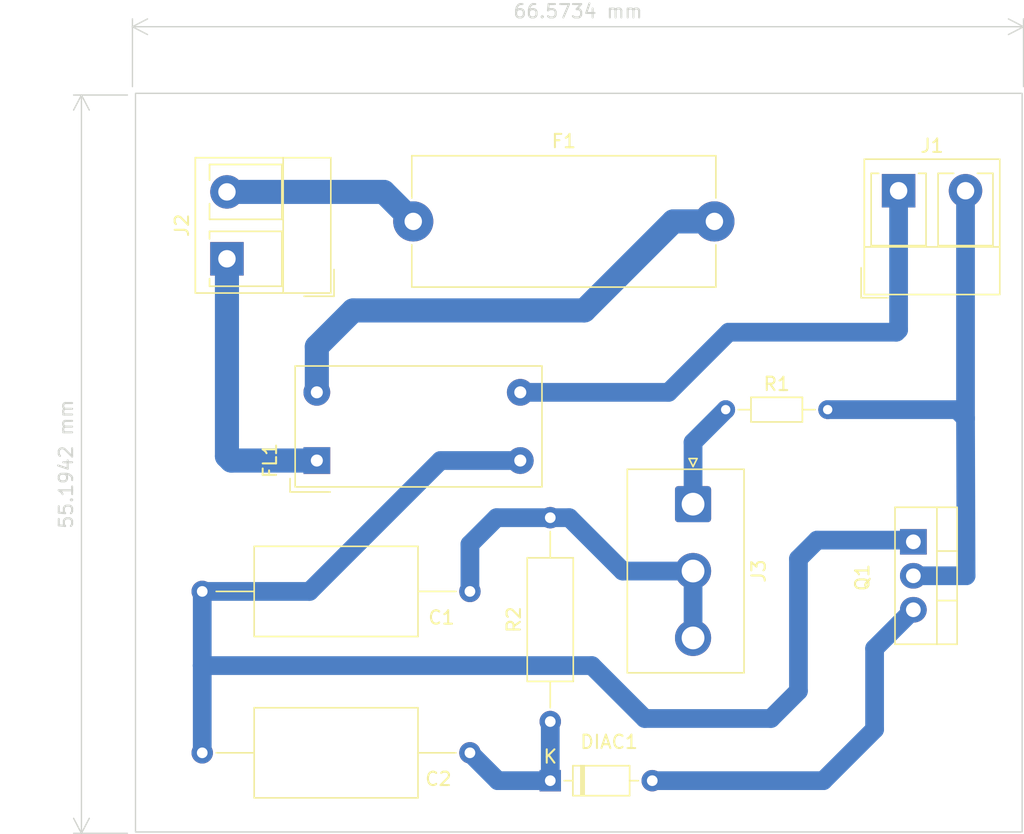
<source format=kicad_pcb>
(kicad_pcb (version 20211014) (generator pcbnew)
  (layers (0 "F.Cu" signal) (31 "B.Cu" signal) (34 "B.Paste" user) (35 "F.Paste" user) (36 "B.SilkS" user "B.Silkscreen") (37 "F.SilkS" user "F.Silkscreen") (38 "B.Mask" user) (39 "F.Mask" user) (44 "Edge.Cuts" user))
  (net 0 "")
  (net 1 "Net-(C1-Pad1)")
  (net 2 "Net-(Q1-Pad1)")
  (net 3 "Net-(DIAC1-Pad1)")
  (net 4 "Net-(DIAC1-Pad2)")
  (net 5 "Net-(J2-Pad2)")
  (net 6 "Net-(FL1-Pad2)")
  (net 7 "Net-(FL1-Pad1)")
  (net 8 "Net-(J1-Pad1)")
  (net 9 "Net-(Q1-Pad2)")
  (net 10 "Net-(J3-Pad1)")
  (footprint "Resistor_THT:R_Axial_DIN0204_L3.6mm_D1.6mm_P7.62mm_Horizontal" (layer "F.Cu") (at 126.619 69.85)
    (fp_text reference "R1" (at 3.81 -1.92) (layer "F.SilkS"))
    (fp_text value "69K 1w")
    (fp_line (start 0.94 0) (end 1.89 0) (layer "F.SilkS") (width 0.12))
    (fp_line (start 1.89 0.92) (end 5.73 0.92) (layer "F.SilkS") (width 0.12))
    (fp_line (start 5.73 -0.92) (end 1.89 -0.92) (layer "F.SilkS") (width 0.12))
    (fp_line (start 1.89 -0.92) (end 1.89 0.92) (layer "F.SilkS") (width 0.12))
    (fp_line (start 5.73 0.92) (end 5.73 -0.92) (layer "F.SilkS") (width 0.12))
    (fp_line (start 6.68 0) (end 5.73 0) (layer "F.SilkS") (width 0.12))
    (pad "1" thru_hole circle (at 0 0) (size 1.4 1.4) (drill 0.7) (layers *.Cu *.Mask) (net 10 "Net-(J3-Pad1)"))
    (pad "2" thru_hole oval (at 7.62 0) (size 1.4 1.4) (drill 0.7) (layers *.Cu *.Mask) (net 9 "Net-(Q1-Pad2)"))
  )
  (footprint "Package_TO_SOT_THT:TO-220-3_Vertical" (layer "F.Cu") (at 140.6398 79.7306 -90)
    (fp_text reference "Q1" (at 2.667 3.81 90) (layer "F.SilkS"))
    (fp_text value "BT139-600")
    (fp_line (start -2.58 1.371) (end 7.66 1.371) (layer "F.SilkS") (width 0.12))
    (fp_line (start 0.69 -3.27) (end 0.69 -1.76) (layer "F.SilkS") (width 0.12))
    (fp_line (start -2.58 -3.27) (end -2.58 1.371) (layer "F.SilkS") (width 0.12))
    (fp_line (start 4.391 -3.27) (end 4.391 -1.76) (layer "F.SilkS") (width 0.12))
    (fp_line (start 7.66 -3.27) (end 7.66 1.371) (layer "F.SilkS") (width 0.12))
    (fp_line (start -2.58 -3.27) (end 7.66 -3.27) (layer "F.SilkS") (width 0.12))
    (fp_line (start -2.58 -1.76) (end 7.66 -1.76) (layer "F.SilkS") (width 0.12))
    (pad "1" thru_hole rect (at 0 0 270) (size 1.905 2) (drill 1.1) (layers *.Cu *.Mask) (net 2 "Net-(Q1-Pad1)"))
    (pad "2" thru_hole oval (at 2.54 0 270) (size 1.905 2) (drill 1.1) (layers *.Cu *.Mask) (net 9 "Net-(Q1-Pad2)"))
    (pad "3" thru_hole oval (at 5.08 0 270) (size 1.905 2) (drill 1.1) (layers *.Cu *.Mask) (net 4 "Net-(DIAC1-Pad2)"))
  )
  (footprint "Fuse:Fuseholder_Cylinder-5x20mm_Schurter_0031_8201_Horizontal_Open" (layer "F.Cu") (at 103.2764 55.7784)
    (fp_text reference "F1" (at 11.25 -6) (layer "F.SilkS"))
    (fp_text value "Fuse")
    (fp_line (start 22.61 -1.75) (end 22.61 -4.91) (layer "F.SilkS") (width 0.12))
    (fp_line (start -0.11 4.91) (end 22.61 4.91) (layer "F.SilkS") (width 0.12))
    (fp_line (start 22.61 4.91) (end 22.61 1.75) (layer "F.SilkS") (width 0.12))
    (fp_line (start -0.11 -4.91) (end 22.61 -4.91) (layer "F.SilkS") (width 0.12))
    (fp_line (start -0.11 4.91) (end -0.11 1.75) (layer "F.SilkS") (width 0.12))
    (fp_line (start -0.11 -1.75) (end -0.11 -4.91) (layer "F.SilkS") (width 0.12))
    (pad "" np_thru_hole circle (at 11.25 0) (size 2.7 2.7) (drill 2.7) (layers *.Cu *.Mask))
    (pad "1" thru_hole circle (at 0 0) (size 3 3) (drill 1.3) (layers *.Cu *.Mask) (net 5 "Net-(J2-Pad2)"))
    (pad "2" thru_hole circle (at 22.5 0) (size 3 3) (drill 1.3) (layers *.Cu *.Mask) (net 6 "Net-(FL1-Pad2)"))
  )
  (footprint "Resistor_THT:R_Axial_DIN0309_L9.0mm_D3.2mm_P15.24mm_Horizontal" (layer "F.Cu") (at 113.5126 93.1672 90)
    (fp_text reference "R2" (at 7.62 -2.72 90) (layer "F.SilkS"))
    (fp_text value "47K 1W")
    (fp_line (start 14.2 0) (end 12.24 0) (layer "F.SilkS") (width 0.12))
    (fp_line (start 12.24 1.72) (end 12.24 -1.72) (layer "F.SilkS") (width 0.12))
    (fp_line (start 3 -1.72) (end 3 1.72) (layer "F.SilkS") (width 0.12))
    (fp_line (start 3 1.72) (end 12.24 1.72) (layer "F.SilkS") (width 0.12))
    (fp_line (start 1.04 0) (end 3 0) (layer "F.SilkS") (width 0.12))
    (fp_line (start 12.24 -1.72) (end 3 -1.72) (layer "F.SilkS") (width 0.12))
    (pad "1" thru_hole circle (at 0 0 90) (size 1.6 1.6) (drill 0.8) (layers *.Cu *.Mask) (net 3 "Net-(DIAC1-Pad1)"))
    (pad "2" thru_hole oval (at 15.24 0 90) (size 1.6 1.6) (drill 0.8) (layers *.Cu *.Mask) (net 1 "Net-(C1-Pad1)"))
  )
  (footprint "Connector_JST:JST_NV_B03P-NV_1x03_P5.00mm_Vertical" (layer "F.Cu") (at 124.1806 76.915 -90)
    (fp_text reference "J3" (at 5 -4.9 90) (layer "F.SilkS"))
    (fp_text value "To Slider")
    (fp_line (start 12.61 4.91) (end 12.61 -3.81) (layer "F.SilkS") (width 0.12))
    (fp_line (start -2.81 0) (end -3.41 0.3) (layer "F.SilkS") (width 0.12))
    (fp_line (start -3.41 -0.3) (end -2.81 0) (layer "F.SilkS") (width 0.12))
    (fp_line (start -3.41 0.3) (end -3.41 -0.3) (layer "F.SilkS") (width 0.12))
    (fp_line (start -2.61 4.91) (end 12.61 4.91) (layer "F.SilkS") (width 0.12))
    (fp_line (start -2.61 -3.81) (end -2.61 4.91) (layer "F.SilkS") (width 0.12))
    (fp_line (start 12.61 -3.81) (end -2.61 -3.81) (layer "F.SilkS") (width 0.12))
    (pad "1" thru_hole roundrect (at 0 0 270) (size 2.7 2.7) (drill 1.7) (layers *.Cu *.Mask) (roundrect_rratio 0.092593) (net 10 "Net-(J3-Pad1)"))
    (pad "2" thru_hole circle (at 5 0 270) (size 2.7 2.7) (drill 1.7) (layers *.Cu *.Mask) (net 1 "Net-(C1-Pad1)"))
    (pad "3" thru_hole circle (at 10 0 270) (size 2.7 2.7) (drill 1.7) (layers *.Cu *.Mask) (net 1 "Net-(C1-Pad1)"))
  )
  (footprint "TerminalBlock_RND:TerminalBlock_RND_205-00276_1x02_P5.00mm_Vertical" (layer "F.Cu") (at 139.5368 53.4848)
    (fp_text reference "J1" (at 2.5 -3.36) (layer "F.SilkS"))
    (fp_text value "AC Motor")
    (fp_line (start 7.05 -1.3) (end 7.05 4.1) (layer "F.SilkS") (width 0.12))
    (fp_line (start -2.05 -1.3) (end -1.49 -1.3) (layer "F.SilkS") (width 0.12))
    (fp_line (start -2.56 -2.36) (end 7.56 -2.36) (layer "F.SilkS") (width 0.12))
    (fp_line (start 1.49 -1.3) (end 2.05 -1.3) (layer "F.SilkS") (width 0.12))
    (fp_line (start -2.56 7.76) (end 7.56 7.76) (layer "F.SilkS") (width 0.12))
    (fp_line (start -2.56 4.2) (end 7.56 4.2) (layer "F.SilkS") (width 0.12))
    (fp_line (start 2.95 -1.3) (end 2.95 4.1) (layer "F.SilkS") (width 0.12))
    (fp_line (start -2.8 5.76) (end -2.8 8) (layer "F.SilkS") (width 0.12))
    (fp_line (start -2.05 -1.3) (end -2.05 4.1) (layer "F.SilkS") (width 0.12))
    (fp_line (start -2.56 -2.36) (end -2.56 7.76) (layer "F.SilkS") (width 0.12))
    (fp_line (start 7.56 -2.36) (end 7.56 7.76) (layer "F.SilkS") (width 0.12))
    (fp_line (start 2.05 -1.3) (end 2.05 4.1) (layer "F.SilkS") (width 0.12))
    (fp_line (start -2.05 4.1) (end 2.05 4.1) (layer "F.SilkS") (width 0.12))
    (fp_line (start 2.95 4.1) (end 7.05 4.1) (layer "F.SilkS") (width 0.12))
    (fp_line (start 2.95 -1.3) (end 4.117 -1.3) (layer "F.SilkS") (width 0.12))
    (fp_line (start 5.884 -1.3) (end 7.05 -1.3) (layer "F.SilkS") (width 0.12))
    (fp_line (start -2.8 8) (end -0.8 8) (layer "F.SilkS") (width 0.12))
    (pad "1" thru_hole rect (at 0 0) (size 2.5 2.5) (drill 1.3) (layers *.Cu *.Mask) (net 8 "Net-(J1-Pad1)"))
    (pad "2" thru_hole circle (at 5 0) (size 2.5 2.5) (drill 1.3) (layers *.Cu *.Mask) (net 9 "Net-(Q1-Pad2)"))
  )
  (footprint "Inductor_THT:Choke_Schaffner_RN202-04-8.8x18.2mm" (layer "F.Cu") (at 96.0729 73.6545 90)
    (fp_text reference "FL1" (at 0 -3.5 90) (layer "F.SilkS"))
    (fp_text value "SCR-040-0R8A100JH")
    (fp_line (start -2.35 -2) (end -2.35 1) (layer "F.SilkS") (width 0.12))
    (fp_line (start 7.07 -1.62) (end 7.07 16.82) (layer "F.SilkS") (width 0.12))
    (fp_line (start -2.35 -2) (end -1.35 -2) (layer "F.SilkS") (width 0.12))
    (fp_line (start 7.07 16.82) (end -1.97 16.82) (layer "F.SilkS") (width 0.12))
    (fp_line (start -1.97 -1.62) (end 7.07 -1.62) (layer "F.SilkS") (width 0.12))
    (fp_line (start -1.97 16.82) (end -1.97 -1.62) (layer "F.SilkS") (width 0.12))
    (pad "1" thru_hole rect (at 0 0 90) (size 2 2) (drill 0.9) (layers *.Cu *.Mask) (net 7 "Net-(FL1-Pad1)"))
    (pad "2" thru_hole circle (at 5.1 0 90) (size 2 2) (drill 0.9) (layers *.Cu *.Mask) (net 6 "Net-(FL1-Pad2)"))
    (pad "3" thru_hole circle (at 0 15.2 90) (size 2 2) (drill 0.9) (layers *.Cu *.Mask) (net 2 "Net-(Q1-Pad1)"))
    (pad "4" thru_hole circle (at 5.1 15.2 90) (size 2 2) (drill 0.9) (layers *.Cu *.Mask) (net 8 "Net-(J1-Pad1)"))
  )
  (footprint "Diode_THT:D_DO-35_SOD27_P7.62mm_Horizontal" (layer "F.Cu") (at 113.5126 97.5868)
    (fp_text reference "DIAC1" (at 4.3942 -2.8956) (layer "F.SilkS"))
    (fp_text value "BR109")
    (fp_text user "K" (at 0 -1.8) (layer "F.SilkS"))
    (fp_line (start 6.58 0) (end 5.93 0) (layer "F.SilkS") (width 0.12))
    (fp_line (start 1.04 0) (end 1.69 0) (layer "F.SilkS") (width 0.12))
    (fp_line (start 2.29 -1.12) (end 2.29 1.12) (layer "F.SilkS") (width 0.12))
    (fp_line (start 1.69 -1.12) (end 1.69 1.12) (layer "F.SilkS") (width 0.12))
    (fp_line (start 2.53 -1.12) (end 2.53 1.12) (layer "F.SilkS") (width 0.12))
    (fp_line (start 2.41 -1.12) (end 2.41 1.12) (layer "F.SilkS") (width 0.12))
    (fp_line (start 5.93 -1.12) (end 1.69 -1.12) (layer "F.SilkS") (width 0.12))
    (fp_line (start 1.69 1.12) (end 5.93 1.12) (layer "F.SilkS") (width 0.12))
    (fp_line (start 5.93 1.12) (end 5.93 -1.12) (layer "F.SilkS") (width 0.12))
    (pad "1" thru_hole rect (at 0 0) (size 1.6 1.6) (drill 0.8) (layers *.Cu *.Mask) (net 3 "Net-(DIAC1-Pad1)"))
    (pad "2" thru_hole oval (at 7.62 0) (size 1.6 1.6) (drill 0.8) (layers *.Cu *.Mask) (net 4 "Net-(DIAC1-Pad2)"))
  )
  (footprint "TerminalBlock_RND:TerminalBlock_RND_205-00276_1x02_P5.00mm_Vertical" (layer "F.Cu") (at 89.3572 58.5724 90)
    (fp_text reference "J2" (at 2.5 -3.36 90) (layer "F.SilkS"))
    (fp_text value "MainsInput")
    (fp_line (start 2.05 -1.3) (end 2.05 4.1) (layer "F.SilkS") (width 0.12))
    (fp_line (start -2.8 8) (end -0.8 8) (layer "F.SilkS") (width 0.12))
    (fp_line (start 7.56 -2.36) (end 7.56 7.76) (layer "F.SilkS") (width 0.12))
    (fp_line (start 2.95 -1.3) (end 4.117 -1.3) (layer "F.SilkS") (width 0.12))
    (fp_line (start -2.05 4.1) (end 2.05 4.1) (layer "F.SilkS") (width 0.12))
    (fp_line (start 7.05 -1.3) (end 7.05 4.1) (layer "F.SilkS") (width 0.12))
    (fp_line (start 1.49 -1.3) (end 2.05 -1.3) (layer "F.SilkS") (width 0.12))
    (fp_line (start -2.56 -2.36) (end -2.56 7.76) (layer "F.SilkS") (width 0.12))
    (fp_line (start 5.884 -1.3) (end 7.05 -1.3) (layer "F.SilkS") (width 0.12))
    (fp_line (start -2.05 -1.3) (end -2.05 4.1) (layer "F.SilkS") (width 0.12))
    (fp_line (start -2.56 -2.36) (end 7.56 -2.36) (layer "F.SilkS") (width 0.12))
    (fp_line (start -2.56 7.76) (end 7.56 7.76) (layer "F.SilkS") (width 0.12))
    (fp_line (start -2.8 5.76) (end -2.8 8) (layer "F.SilkS") (width 0.12))
    (fp_line (start 2.95 -1.3) (end 2.95 4.1) (layer "F.SilkS") (width 0.12))
    (fp_line (start 2.95 4.1) (end 7.05 4.1) (layer "F.SilkS") (width 0.12))
    (fp_line (start -2.05 -1.3) (end -1.49 -1.3) (layer "F.SilkS") (width 0.12))
    (fp_line (start -2.56 4.2) (end 7.56 4.2) (layer "F.SilkS") (width 0.12))
    (pad "1" thru_hole rect (at 0 0 90) (size 2.5 2.5) (drill 1.3) (layers *.Cu *.Mask) (net 7 "Net-(FL1-Pad1)"))
    (pad "2" thru_hole circle (at 5 0 90) (size 2.5 2.5) (drill 1.3) (layers *.Cu *.Mask) (net 5 "Net-(J2-Pad2)"))
  )
  (footprint "Capacitor_THT:C_Axial_L12.0mm_D6.5mm_P20.00mm_Horizontal" (layer "F.Cu") (at 107.5106 95.504 180)
    (fp_text reference "C2" (at 2.3546 -1.9558) (layer "F.SilkS"))
    (fp_text value "0.1uf 400Vwg")
    (fp_line (start 16.12 3.37) (end 16.12 -3.37) (layer "F.SilkS") (width 0.12))
    (fp_line (start 3.88 -3.37) (end 3.88 3.37) (layer "F.SilkS") (width 0.12))
    (fp_line (start 18.96 0) (end 16.12 0) (layer "F.SilkS") (width 0.12))
    (fp_line (start 3.88 3.37) (end 16.12 3.37) (layer "F.SilkS") (width 0.12))
    (fp_line (start 1.04 0) (end 3.88 0) (layer "F.SilkS") (width 0.12))
    (fp_line (start 16.12 -3.37) (end 3.88 -3.37) (layer "F.SilkS") (width 0.12))
    (pad "1" thru_hole circle (at 0 0 180) (size 1.6 1.6) (drill 0.8) (layers *.Cu *.Mask) (net 3 "Net-(DIAC1-Pad1)"))
    (pad "2" thru_hole oval (at 20 0 180) (size 1.6 1.6) (drill 0.8) (layers *.Cu *.Mask) (net 2 "Net-(Q1-Pad1)"))
  )
  (footprint "Capacitor_THT:C_Axial_L12.0mm_D6.5mm_P20.00mm_Horizontal" (layer "F.Cu") (at 107.5106 83.439 180)
    (fp_text reference "C1" (at 2.126 -1.9558) (layer "F.SilkS"))
    (fp_text value "0.1uf 400Vwg")
    (fp_line (start 3.88 3.37) (end 16.12 3.37) (layer "F.SilkS") (width 0.12))
    (fp_line (start 16.12 -3.37) (end 3.88 -3.37) (layer "F.SilkS") (width 0.12))
    (fp_line (start 3.88 -3.37) (end 3.88 3.37) (layer "F.SilkS") (width 0.12))
    (fp_line (start 1.04 0) (end 3.88 0) (layer "F.SilkS") (width 0.12))
    (fp_line (start 18.96 0) (end 16.12 0) (layer "F.SilkS") (width 0.12))
    (fp_line (start 16.12 3.37) (end 16.12 -3.37) (layer "F.SilkS") (width 0.12))
    (pad "1" thru_hole circle (at 0 0 180) (size 1.6 1.6) (drill 0.8) (layers *.Cu *.Mask) (net 1 "Net-(C1-Pad1)"))
    (pad "2" thru_hole oval (at 20 0 180) (size 1.6 1.6) (drill 0.8) (layers *.Cu *.Mask) (net 2 "Net-(Q1-Pad1)"))
  )
  (gr_rect (start 82.5246 46.2026) (end 148.7678 101.4222) (layer "Edge.Cuts") (width 0.1) (fill none))
  (dimension (type aligned) (layer "Edge.Cuts") (pts (xy 82.423 46.3296) (xy 82.423 101.5238)) (height 3.937) (gr_text "55.1942 mm" (at 77.336 73.9267 90) (layer "Edge.Cuts") (effects (font (size 1 1) (thickness 0.15)))) (format (units 3) (units_format 1) (precision 4)) (style (thickness 0.1) (arrow_length 1.27) (text_position_mode 0) (extension_height 0.58642) (extension_offset 0.5) keep_text_aligned))
  (dimension (type aligned) (layer "Edge.Cuts") (pts (xy 82.296 46.2026) (xy 148.8694 46.2026)) (height -4.9784) (gr_text "66.5734 mm" (at 115.5827 40.0742) (layer "Edge.Cuts") (effects (font (size 1 1) (thickness 0.15)))) (format (units 3) (units_format 1) (precision 4)) (style (thickness 0.1) (arrow_length 1.27) (text_position_mode 0) (extension_height 0.58642) (extension_offset 0.5) keep_text_aligned))
  (segment (start 114.935 77.9272) (end 113.5126 77.9272) (width 1.4) (layer "B.Cu") (net 1))
  (segment (start 118.9228 81.915) (end 114.935 77.9272) (width 1.4) (layer "B.Cu") (net 1))
  (segment (start 124.1806 81.915) (end 124.1806 86.915) (width 1.4) (layer "B.Cu") (net 1))
  (segment (start 107.5106 79.916) (end 109.4994 77.9272) (width 1.4) (layer "B.Cu") (net 1))
  (segment (start 124.1806 81.915) (end 118.9228 81.915) (width 1.4) (layer "B.Cu") (net 1))
  (segment (start 107.5106 83.439) (end 107.5106 79.916) (width 1.4) (layer "B.Cu") (net 1))
  (segment (start 109.4994 77.9272) (end 113.5126 77.9272) (width 1.4) (layer "B.Cu") (net 1))
  (segment (start 116.619 88.9838) (end 120.5738 92.9386) (width 1.4) (layer "B.Cu") (net 2))
  (segment (start 140.5128 79.6036) (end 140.6398 79.7306) (width 1.4) (layer "B.Cu") (net 2))
  (segment (start 87.5106 88.9838) (end 87.5106 83.439) (width 1.4) (layer "B.Cu") (net 2))
  (segment (start 120.5738 92.9386) (end 129.9972 92.9386) (width 1.4) (layer "B.Cu") (net 2))
  (segment (start 87.5106 95.504) (end 87.5106 88.9838) (width 1.4) (layer "B.Cu") (net 2))
  (segment (start 95.5294 83.439) (end 105.3139 73.6545) (width 1.4) (layer "B.Cu") (net 2))
  (segment (start 129.9972 92.9386) (end 132.0546 90.8812) (width 1.4) (layer "B.Cu") (net 2))
  (segment (start 132.0546 81.0006) (end 133.4516 79.6036) (width 1.4) (layer "B.Cu") (net 2))
  (segment (start 87.5106 83.439) (end 95.5294 83.439) (width 1.4) (layer "B.Cu") (net 2))
  (segment (start 87.5106 88.9838) (end 116.619 88.9838) (width 1.4) (layer "B.Cu") (net 2))
  (segment (start 105.3139 73.6545) (end 111.2729 73.6545) (width 1.4) (layer "B.Cu") (net 2))
  (segment (start 132.0546 90.8812) (end 132.0546 81.0006) (width 1.4) (layer "B.Cu") (net 2))
  (segment (start 133.4516 79.6036) (end 140.5128 79.6036) (width 1.4) (layer "B.Cu") (net 2))
  (segment (start 113.5126 97.5868) (end 109.5934 97.5868) (width 1.4) (layer "B.Cu") (net 3))
  (segment (start 109.5934 97.5868) (end 107.5106 95.504) (width 1.4) (layer "B.Cu") (net 3))
  (segment (start 113.5126 93.1672) (end 113.5126 97.5868) (width 1.4) (layer "B.Cu") (net 3))
  (segment (start 121.1326 97.5868) (end 133.9088 97.5868) (width 1.4) (layer "B.Cu") (net 4))
  (segment (start 137.7442 93.7514) (end 137.7442 87.7062) (width 1.4) (layer "B.Cu") (net 4))
  (segment (start 133.9088 97.5868) (end 137.7442 93.7514) (width 1.4) (layer "B.Cu") (net 4))
  (segment (start 137.7442 87.7062) (end 140.6398 84.8106) (width 1.4) (layer "B.Cu") (net 4))
  (segment (start 101.0704 53.5724) (end 103.2764 55.7784) (width 1.8) (layer "B.Cu") (net 5))
  (segment (start 89.3572 53.5724) (end 101.0704 53.5724) (width 1.8) (layer "B.Cu") (net 5))
  (segment (start 116.0526 62.4332) (end 122.7074 55.7784) (width 1.8) (layer "B.Cu") (net 6))
  (segment (start 122.7074 55.7784) (end 125.7764 55.7784) (width 1.8) (layer "B.Cu") (net 6))
  (segment (start 98.7806 62.4332) (end 116.0526 62.4332) (width 1.8) (layer "B.Cu") (net 6))
  (segment (start 96.0729 68.5545) (end 96.0729 65.1409) (width 1.8) (layer "B.Cu") (net 6))
  (segment (start 96.0729 65.1409) (end 98.7806 62.4332) (width 1.8) (layer "B.Cu") (net 6))
  (segment (start 89.6819 73.6545) (end 96.0729 73.6545) (width 1.8) (layer "B.Cu") (net 7))
  (segment (start 89.3572 58.5724) (end 89.3572 73.3298) (width 1.8) (layer "B.Cu") (net 7))
  (segment (start 89.3572 73.3298) (end 89.6819 73.6545) (width 1.8) (layer "B.Cu") (net 7))
  (segment (start 139.3698 64.0588) (end 139.5368 63.8918) (width 1.4) (layer "B.Cu") (net 8))
  (segment (start 126.8476 64.0588) (end 139.3698 64.0588) (width 1.4) (layer "B.Cu") (net 8))
  (segment (start 139.5368 63.8918) (end 139.5368 53.4848) (width 1.4) (layer "B.Cu") (net 8))
  (segment (start 122.3519 68.5545) (end 126.8476 64.0588) (width 1.4) (layer "B.Cu") (net 8))
  (segment (start 111.2729 68.5545) (end 122.3519 68.5545) (width 1.4) (layer "B.Cu") (net 8))
  (segment (start 144.5368 53.4848) (end 144.5368 70.4958) (width 1.4) (layer "B.Cu") (net 9))
  (segment (start 144.5768 82.2706) (end 140.6398 82.2706) (width 1.4) (layer "B.Cu") (net 9))
  (segment (start 144.5368 70.4958) (end 144.5768 82.2706) (width 1.4) (layer "B.Cu") (net 9))
  (segment (start 134.239 69.85) (end 143.891 69.85) (width 1.4) (layer "B.Cu") (net 9))
  (segment (start 143.891 69.85) (end 144.5368 70.4958) (width 1.4) (layer "B.Cu") (net 9))
  (segment (start 124.1806 76.915) (end 124.1806 72.2884) (width 1.4) (layer "B.Cu") (net 10))
  (segment (start 124.1806 72.2884) (end 126.619 69.85) (width 1.4) (layer "B.Cu") (net 10))
)
</source>
